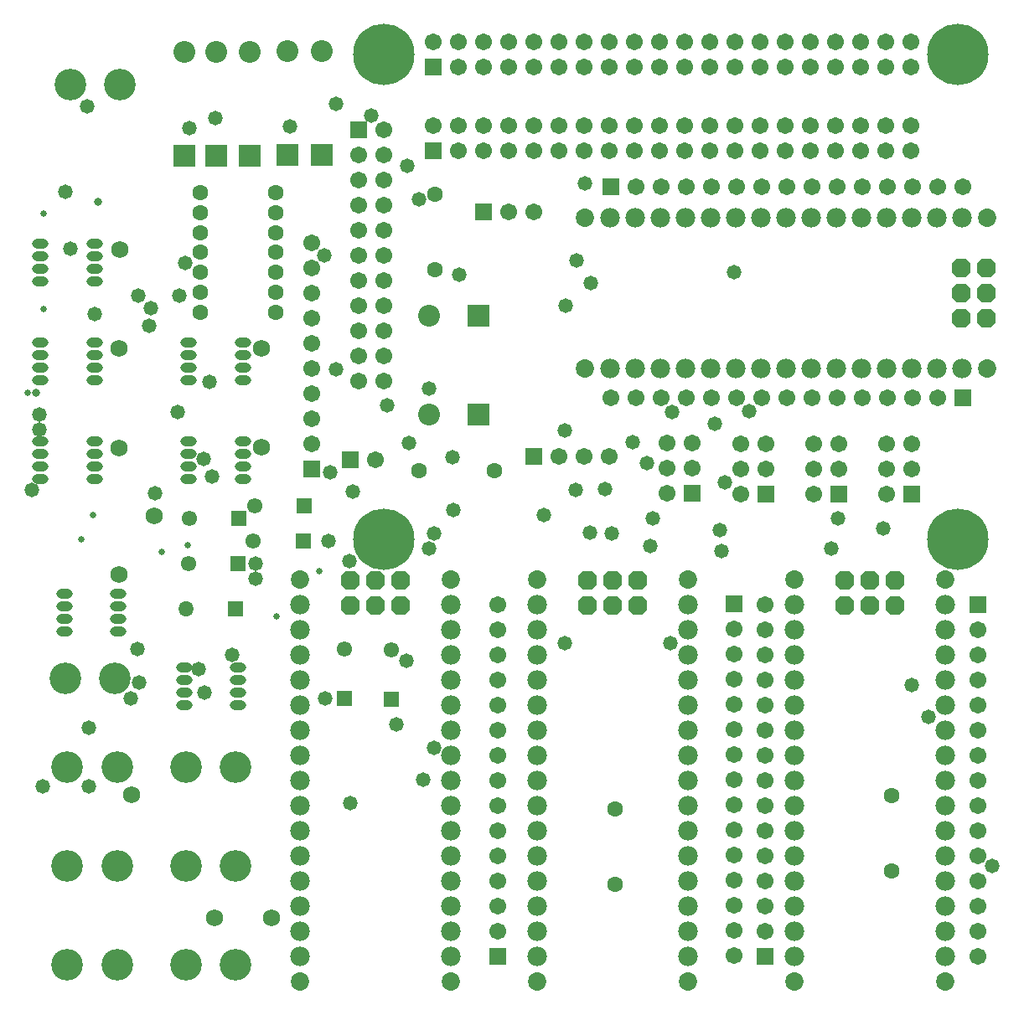
<source format=gbs>
G04 Layer_Color=16711935*
%FSLAX24Y24*%
%MOIN*%
G70*
G01*
G75*
%ADD53C,0.0671*%
%ADD54R,0.0671X0.0671*%
%ADD55C,0.0730*%
%ADD56P,0.0820X8X22.5*%
%ADD57C,0.0780*%
%ADD58C,0.0867*%
%ADD59R,0.0867X0.0867*%
%ADD60C,0.0631*%
%ADD61R,0.0671X0.0671*%
%ADD62R,0.0611X0.0611*%
%ADD63C,0.0611*%
%ADD64O,0.0612X0.0611*%
%ADD65R,0.0611X0.0611*%
%ADD66C,0.2442*%
%ADD67C,0.1261*%
%ADD68R,0.0867X0.0867*%
%ADD69P,0.0820X8X292.5*%
%ADD70C,0.0680*%
%ADD71C,0.0257*%
%ADD72C,0.0580*%
%ADD73C,0.0330*%
%ADD74O,0.0651X0.0395*%
D53*
X28937Y25740D02*
D03*
Y24740D02*
D03*
Y23740D02*
D03*
Y22740D02*
D03*
Y21740D02*
D03*
Y20740D02*
D03*
Y19740D02*
D03*
Y18740D02*
D03*
Y17740D02*
D03*
Y16740D02*
D03*
Y15740D02*
D03*
Y14740D02*
D03*
Y13740D02*
D03*
Y12740D02*
D03*
X38346Y11772D02*
D03*
Y12772D02*
D03*
Y13772D02*
D03*
Y14772D02*
D03*
Y15772D02*
D03*
Y16772D02*
D03*
Y17772D02*
D03*
Y18772D02*
D03*
Y19772D02*
D03*
Y20772D02*
D03*
Y21772D02*
D03*
Y22772D02*
D03*
Y23772D02*
D03*
Y24772D02*
D03*
X39567Y25732D02*
D03*
Y24732D02*
D03*
Y23732D02*
D03*
Y22732D02*
D03*
Y21732D02*
D03*
Y20732D02*
D03*
Y19732D02*
D03*
Y18732D02*
D03*
Y17732D02*
D03*
Y16732D02*
D03*
Y15732D02*
D03*
Y14732D02*
D03*
Y13732D02*
D03*
Y12732D02*
D03*
X33378Y31654D02*
D03*
X32378D02*
D03*
X31378D02*
D03*
X29370Y41378D02*
D03*
X30370D02*
D03*
X24055Y31496D02*
D03*
X48032Y11748D02*
D03*
Y12748D02*
D03*
Y13748D02*
D03*
Y14748D02*
D03*
Y15748D02*
D03*
Y16748D02*
D03*
Y17748D02*
D03*
Y18748D02*
D03*
Y19748D02*
D03*
Y20748D02*
D03*
Y21748D02*
D03*
Y22748D02*
D03*
Y23748D02*
D03*
Y24748D02*
D03*
X24409Y34630D02*
D03*
X23409D02*
D03*
X24409Y35630D02*
D03*
X23409D02*
D03*
X24409Y36630D02*
D03*
X23409D02*
D03*
X24409Y37630D02*
D03*
X23409D02*
D03*
X24409Y38630D02*
D03*
X23409D02*
D03*
X24409Y39630D02*
D03*
X23409D02*
D03*
X24409Y40630D02*
D03*
X23409D02*
D03*
X24409Y41630D02*
D03*
X23409D02*
D03*
X24409Y42630D02*
D03*
X23409D02*
D03*
X24409Y43630D02*
D03*
X23409D02*
D03*
X24409Y44630D02*
D03*
X26378Y48126D02*
D03*
X27378Y47126D02*
D03*
Y48126D02*
D03*
X28378Y47126D02*
D03*
Y48126D02*
D03*
X29378Y47126D02*
D03*
Y48126D02*
D03*
X30378Y47126D02*
D03*
Y48126D02*
D03*
X31378Y47126D02*
D03*
Y48126D02*
D03*
X32378Y47126D02*
D03*
Y48126D02*
D03*
X33378Y47126D02*
D03*
Y48126D02*
D03*
X34378Y47126D02*
D03*
Y48126D02*
D03*
X35378Y47126D02*
D03*
Y48126D02*
D03*
X36378Y47126D02*
D03*
Y48126D02*
D03*
X37378Y47126D02*
D03*
Y48126D02*
D03*
X38378Y47126D02*
D03*
Y48126D02*
D03*
X39378Y47126D02*
D03*
Y48126D02*
D03*
X40378Y47126D02*
D03*
Y48126D02*
D03*
X41378Y47126D02*
D03*
Y48126D02*
D03*
X42378Y47126D02*
D03*
Y48126D02*
D03*
X43378Y47126D02*
D03*
Y48126D02*
D03*
X44378Y47126D02*
D03*
Y48126D02*
D03*
X45378Y47126D02*
D03*
Y48126D02*
D03*
X26378Y44803D02*
D03*
X27378Y43803D02*
D03*
Y44803D02*
D03*
X28378Y43803D02*
D03*
Y44803D02*
D03*
X29378Y43803D02*
D03*
Y44803D02*
D03*
X30378Y43803D02*
D03*
Y44803D02*
D03*
X31378Y43803D02*
D03*
Y44803D02*
D03*
X32378Y43803D02*
D03*
Y44803D02*
D03*
X33378Y43803D02*
D03*
Y44803D02*
D03*
X34378Y43803D02*
D03*
Y44803D02*
D03*
X35378Y43803D02*
D03*
Y44803D02*
D03*
X36378Y43803D02*
D03*
Y44803D02*
D03*
X37378Y43803D02*
D03*
Y44803D02*
D03*
X38378Y43803D02*
D03*
Y44803D02*
D03*
X39378Y43803D02*
D03*
Y44803D02*
D03*
X40378Y43803D02*
D03*
Y44803D02*
D03*
X41378Y43803D02*
D03*
Y44803D02*
D03*
X42378Y43803D02*
D03*
Y44803D02*
D03*
X43378Y43803D02*
D03*
Y44803D02*
D03*
X44378Y43803D02*
D03*
Y44803D02*
D03*
X45378Y43803D02*
D03*
Y44803D02*
D03*
X21535Y33142D02*
D03*
Y40142D02*
D03*
Y39142D02*
D03*
Y38142D02*
D03*
Y37142D02*
D03*
Y36142D02*
D03*
Y35142D02*
D03*
Y34142D02*
D03*
Y32142D02*
D03*
X34417Y42362D02*
D03*
X35417D02*
D03*
X36417D02*
D03*
X37417D02*
D03*
X38417D02*
D03*
X39417D02*
D03*
X40417D02*
D03*
X41417D02*
D03*
X42417D02*
D03*
X43417D02*
D03*
X44417D02*
D03*
X45417D02*
D03*
X46417D02*
D03*
X47417D02*
D03*
X46417Y33976D02*
D03*
X45417D02*
D03*
X44417D02*
D03*
X43417D02*
D03*
X42417D02*
D03*
X41417D02*
D03*
X40417D02*
D03*
X39417D02*
D03*
X38417D02*
D03*
X37417D02*
D03*
X36417D02*
D03*
X35417D02*
D03*
X34417D02*
D03*
X33417D02*
D03*
X44409Y30126D02*
D03*
X45409Y31126D02*
D03*
X44409D02*
D03*
X45409Y32126D02*
D03*
X44409D02*
D03*
X41496Y30126D02*
D03*
X42496Y31126D02*
D03*
X41496D02*
D03*
X42496Y32126D02*
D03*
X41496D02*
D03*
X38606Y30142D02*
D03*
X39606Y31142D02*
D03*
X38606D02*
D03*
X39606Y32142D02*
D03*
X38606D02*
D03*
X35654Y30181D02*
D03*
X36654Y31181D02*
D03*
X35654D02*
D03*
X36654Y32181D02*
D03*
X35654D02*
D03*
D54*
X28937Y11740D02*
D03*
X38346Y25772D02*
D03*
X39567Y11732D02*
D03*
X48032Y25748D02*
D03*
X23409Y44630D02*
D03*
X21535Y31142D02*
D03*
X45409Y30126D02*
D03*
X42496D02*
D03*
X39606Y30142D02*
D03*
X36654Y30181D02*
D03*
D55*
X36508Y26736D02*
D03*
X30508D02*
D03*
Y10736D02*
D03*
X36508D02*
D03*
X46744Y26736D02*
D03*
X40744D02*
D03*
Y10736D02*
D03*
X46744D02*
D03*
X27059Y26736D02*
D03*
X21059D02*
D03*
Y10736D02*
D03*
X27059D02*
D03*
X32409Y35142D02*
D03*
Y41142D02*
D03*
X48409D02*
D03*
Y35142D02*
D03*
D56*
X34498Y26696D02*
D03*
Y25696D02*
D03*
X33498Y26696D02*
D03*
Y25696D02*
D03*
X32498Y26696D02*
D03*
Y25696D02*
D03*
X44734Y26696D02*
D03*
Y25696D02*
D03*
X43734Y26696D02*
D03*
Y25696D02*
D03*
X42734Y26696D02*
D03*
Y25696D02*
D03*
X25049Y26696D02*
D03*
Y25696D02*
D03*
X24049Y26696D02*
D03*
Y25696D02*
D03*
X23049Y26696D02*
D03*
Y25696D02*
D03*
D57*
X30508Y20736D02*
D03*
Y21736D02*
D03*
Y25736D02*
D03*
Y24736D02*
D03*
Y23736D02*
D03*
Y22736D02*
D03*
Y11736D02*
D03*
Y12736D02*
D03*
Y13736D02*
D03*
Y19736D02*
D03*
Y18736D02*
D03*
Y17736D02*
D03*
Y16736D02*
D03*
Y15736D02*
D03*
Y14736D02*
D03*
X36508Y20736D02*
D03*
Y21736D02*
D03*
Y25736D02*
D03*
Y24736D02*
D03*
Y23736D02*
D03*
Y22736D02*
D03*
Y11736D02*
D03*
Y12736D02*
D03*
Y13736D02*
D03*
Y19736D02*
D03*
Y18736D02*
D03*
Y17736D02*
D03*
Y16736D02*
D03*
Y15736D02*
D03*
Y14736D02*
D03*
X40744Y20736D02*
D03*
Y21736D02*
D03*
Y25736D02*
D03*
Y24736D02*
D03*
Y23736D02*
D03*
Y22736D02*
D03*
Y11736D02*
D03*
Y12736D02*
D03*
Y13736D02*
D03*
Y19736D02*
D03*
Y18736D02*
D03*
Y17736D02*
D03*
Y16736D02*
D03*
Y15736D02*
D03*
Y14736D02*
D03*
X46744Y20736D02*
D03*
Y21736D02*
D03*
Y25736D02*
D03*
Y24736D02*
D03*
Y23736D02*
D03*
Y22736D02*
D03*
Y11736D02*
D03*
Y12736D02*
D03*
Y13736D02*
D03*
Y19736D02*
D03*
Y18736D02*
D03*
Y17736D02*
D03*
Y16736D02*
D03*
Y15736D02*
D03*
Y14736D02*
D03*
X21059Y20736D02*
D03*
Y21736D02*
D03*
Y25736D02*
D03*
Y24736D02*
D03*
Y23736D02*
D03*
Y22736D02*
D03*
Y11736D02*
D03*
Y12736D02*
D03*
Y13736D02*
D03*
Y19736D02*
D03*
Y18736D02*
D03*
Y17736D02*
D03*
Y16736D02*
D03*
Y15736D02*
D03*
Y14736D02*
D03*
X27059Y20736D02*
D03*
Y21736D02*
D03*
Y25736D02*
D03*
Y24736D02*
D03*
Y23736D02*
D03*
Y22736D02*
D03*
Y11736D02*
D03*
Y12736D02*
D03*
Y13736D02*
D03*
Y19736D02*
D03*
Y18736D02*
D03*
Y17736D02*
D03*
Y16736D02*
D03*
Y15736D02*
D03*
Y14736D02*
D03*
X36409Y35142D02*
D03*
X37409D02*
D03*
X38409D02*
D03*
X39409D02*
D03*
X40409D02*
D03*
X41409D02*
D03*
X35409D02*
D03*
X34409D02*
D03*
X33409D02*
D03*
X44409D02*
D03*
X45409D02*
D03*
X46409D02*
D03*
X47409D02*
D03*
X43409D02*
D03*
X42409D02*
D03*
X36409Y41142D02*
D03*
X37409D02*
D03*
X38409D02*
D03*
X39409D02*
D03*
X40409D02*
D03*
X41409D02*
D03*
X35409D02*
D03*
X34409D02*
D03*
X33409D02*
D03*
X44409D02*
D03*
X45409D02*
D03*
X46409D02*
D03*
X47409D02*
D03*
X43409D02*
D03*
X42409D02*
D03*
D58*
X16457Y47728D02*
D03*
X19055D02*
D03*
X20551Y47768D02*
D03*
X17717Y47728D02*
D03*
X21929Y47768D02*
D03*
X26181Y33307D02*
D03*
Y37244D02*
D03*
D59*
X16457Y43610D02*
D03*
X19055D02*
D03*
X20551Y43650D02*
D03*
X17717Y43610D02*
D03*
X21929Y43650D02*
D03*
D60*
X33583Y14602D02*
D03*
Y17602D02*
D03*
X44606Y15154D02*
D03*
Y18154D02*
D03*
X26417Y39091D02*
D03*
Y42091D02*
D03*
X17083Y42126D02*
D03*
X20083D02*
D03*
X17083Y39764D02*
D03*
X20083D02*
D03*
X17083Y38189D02*
D03*
X20083D02*
D03*
X17083Y37362D02*
D03*
X20083D02*
D03*
X17083Y38976D02*
D03*
X20083D02*
D03*
X17083Y40551D02*
D03*
X20083D02*
D03*
X25783Y31063D02*
D03*
X28783D02*
D03*
X17083Y41339D02*
D03*
X20083D02*
D03*
D61*
X30378Y31654D02*
D03*
X28370Y41378D02*
D03*
X23055Y31496D02*
D03*
X26378Y47126D02*
D03*
Y43803D02*
D03*
X33417Y42362D02*
D03*
X47417Y33976D02*
D03*
D62*
X18583Y27362D02*
D03*
X21220Y29685D02*
D03*
X18504Y25591D02*
D03*
X21181Y28268D02*
D03*
X18622Y29173D02*
D03*
D63*
X16614Y27362D02*
D03*
X19252Y29685D02*
D03*
X24685Y23937D02*
D03*
X22835Y23976D02*
D03*
X19213Y28268D02*
D03*
X16654Y29173D02*
D03*
D64*
X16535Y25591D02*
D03*
D65*
X24685Y21969D02*
D03*
X22835Y22008D02*
D03*
D66*
X47244Y47638D02*
D03*
X24409D02*
D03*
X47244Y28346D02*
D03*
X24409D02*
D03*
D67*
X16535Y11417D02*
D03*
X18504D02*
D03*
X11811Y15354D02*
D03*
X13780D02*
D03*
X16535D02*
D03*
X18504D02*
D03*
X11811Y19291D02*
D03*
X13780D02*
D03*
X11811Y11417D02*
D03*
X13780D02*
D03*
X16535Y19291D02*
D03*
X18504D02*
D03*
X11732Y22795D02*
D03*
X13701D02*
D03*
X11929Y46457D02*
D03*
X13898D02*
D03*
D68*
X28150Y33307D02*
D03*
Y37244D02*
D03*
D69*
X47369Y39152D02*
D03*
X48369D02*
D03*
X47369Y38152D02*
D03*
X48369D02*
D03*
X47369Y37152D02*
D03*
X48369D02*
D03*
D70*
X13858Y35945D02*
D03*
X13898Y39882D02*
D03*
X13858Y31969D02*
D03*
Y26929D02*
D03*
X19528Y35945D02*
D03*
Y32008D02*
D03*
X19921Y13268D02*
D03*
X17677D02*
D03*
X15276Y29291D02*
D03*
X14370Y18189D02*
D03*
D71*
X12370Y28333D02*
D03*
X12826Y29318D02*
D03*
X15565Y27831D02*
D03*
X16591Y28122D02*
D03*
X10233Y34169D02*
D03*
X10854Y37518D02*
D03*
Y41317D02*
D03*
X20129Y25281D02*
D03*
X21841Y27079D02*
D03*
D72*
X17450Y34625D02*
D03*
X16210Y33405D02*
D03*
X32020Y30320D02*
D03*
X24910Y20970D02*
D03*
X23170Y30250D02*
D03*
X38340Y38980D02*
D03*
X22020Y39640D02*
D03*
X11730Y42180D02*
D03*
X10390Y30310D02*
D03*
X17030Y23190D02*
D03*
X25280Y23500D02*
D03*
X18350Y23750D02*
D03*
X22510Y45675D02*
D03*
X22260Y31020D02*
D03*
X22210Y28260D02*
D03*
X32390Y42520D02*
D03*
X25390Y32160D02*
D03*
X24540Y33670D02*
D03*
X23040Y27480D02*
D03*
X22070Y22020D02*
D03*
X33474Y28586D02*
D03*
X26385Y28574D02*
D03*
X26410Y20040D02*
D03*
X42460Y29180D02*
D03*
X35100D02*
D03*
X32590Y28605D02*
D03*
X26210Y27960D02*
D03*
X25970Y18760D02*
D03*
X23050Y17850D02*
D03*
X26200Y34340D02*
D03*
X37970Y30620D02*
D03*
X37756Y28696D02*
D03*
X46060Y21275D02*
D03*
X42210Y27980D02*
D03*
X37820Y27890D02*
D03*
X35810Y24220D02*
D03*
X31580D02*
D03*
X30760Y29320D02*
D03*
X27175Y29495D02*
D03*
X31600Y32690D02*
D03*
X37570Y32930D02*
D03*
X38920Y33440D02*
D03*
X48610Y15327D02*
D03*
X33190Y30350D02*
D03*
X27130Y31595D02*
D03*
X25330Y43210D02*
D03*
X45400Y22555D02*
D03*
X32073Y39430D02*
D03*
X25790Y41875D02*
D03*
X23910Y45210D02*
D03*
X14345Y22020D02*
D03*
X12880Y37300D02*
D03*
X16480Y39340D02*
D03*
X16671Y44725D02*
D03*
X22510Y35110D02*
D03*
X15280Y30180D02*
D03*
X32620Y38550D02*
D03*
X27390Y38865D02*
D03*
X35008Y28073D02*
D03*
X17560Y30840D02*
D03*
X20679Y44775D02*
D03*
X31640Y37640D02*
D03*
X34290Y32210D02*
D03*
X17700Y45100D02*
D03*
X12670Y20840D02*
D03*
Y18510D02*
D03*
X10823D02*
D03*
X17240Y31540D02*
D03*
X15065Y36839D02*
D03*
X11930Y39900D02*
D03*
X12610Y45590D02*
D03*
X14650Y22630D02*
D03*
X14580Y23970D02*
D03*
X10700Y32720D02*
D03*
Y33320D02*
D03*
X17250Y22250D02*
D03*
X19280Y26780D02*
D03*
X19299Y27380D02*
D03*
X34860Y31373D02*
D03*
X44254Y28787D02*
D03*
X35856Y33408D02*
D03*
X14630Y38050D02*
D03*
X15145Y37554D02*
D03*
X16256Y38044D02*
D03*
D73*
X10560Y34184D02*
D03*
X13020Y41790D02*
D03*
D74*
X16447Y21730D02*
D03*
Y22230D02*
D03*
Y22730D02*
D03*
Y23230D02*
D03*
X18593Y21730D02*
D03*
Y22230D02*
D03*
Y22730D02*
D03*
Y23230D02*
D03*
X10738Y34683D02*
D03*
Y35183D02*
D03*
Y35683D02*
D03*
Y36183D02*
D03*
X12884Y34683D02*
D03*
Y35183D02*
D03*
Y35683D02*
D03*
Y36183D02*
D03*
X11683Y24683D02*
D03*
Y25183D02*
D03*
Y25683D02*
D03*
Y26183D02*
D03*
X13829Y24683D02*
D03*
Y25183D02*
D03*
Y25683D02*
D03*
Y26183D02*
D03*
X10738Y30746D02*
D03*
Y31246D02*
D03*
Y31746D02*
D03*
Y32246D02*
D03*
X12884Y30746D02*
D03*
Y31246D02*
D03*
Y31746D02*
D03*
Y32246D02*
D03*
X16644Y30746D02*
D03*
Y31246D02*
D03*
Y31746D02*
D03*
Y32246D02*
D03*
X18789Y30746D02*
D03*
Y31246D02*
D03*
Y31746D02*
D03*
Y32246D02*
D03*
X16644Y34683D02*
D03*
Y35183D02*
D03*
Y35683D02*
D03*
Y36183D02*
D03*
X18789Y34683D02*
D03*
Y35183D02*
D03*
Y35683D02*
D03*
Y36183D02*
D03*
X10738Y38620D02*
D03*
Y39120D02*
D03*
Y39620D02*
D03*
Y40120D02*
D03*
X12884Y38620D02*
D03*
Y39120D02*
D03*
Y39620D02*
D03*
Y40120D02*
D03*
M02*

</source>
